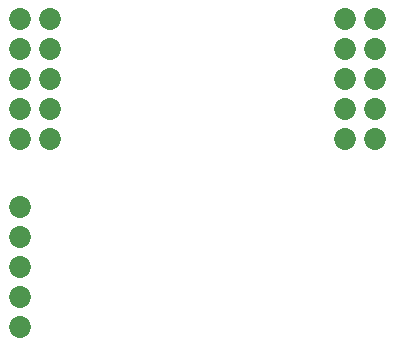
<source format=gbr>
%TF.GenerationSoftware,KiCad,Pcbnew,8.0.6*%
%TF.CreationDate,2024-10-27T10:54:55+01:00*%
%TF.ProjectId,Motor_Driver_carrier_board,4d6f746f-725f-4447-9269-7665725f6361,rev?*%
%TF.SameCoordinates,Original*%
%TF.FileFunction,Soldermask,Bot*%
%TF.FilePolarity,Negative*%
%FSLAX46Y46*%
G04 Gerber Fmt 4.6, Leading zero omitted, Abs format (unit mm)*
G04 Created by KiCad (PCBNEW 8.0.6) date 2024-10-27 10:54:55*
%MOMM*%
%LPD*%
G01*
G04 APERTURE LIST*
%ADD10C,1.853200*%
G04 APERTURE END LIST*
D10*
%TO.C,J3*%
X118385000Y-79640000D03*
X118385000Y-82180000D03*
X118385000Y-84720000D03*
X118385000Y-87260000D03*
X118385000Y-89800000D03*
%TD*%
%TO.C,J1*%
X120925000Y-73870000D03*
X118385000Y-73870000D03*
X120925000Y-71330000D03*
X118385000Y-71330000D03*
X120925000Y-68790000D03*
X118385000Y-68790000D03*
X120925000Y-66250000D03*
X118385000Y-66250000D03*
X120925000Y-63710000D03*
X118385000Y-63710000D03*
%TD*%
%TO.C,J2*%
X148395000Y-73870000D03*
X145855000Y-73870000D03*
X148395000Y-71330000D03*
X145855000Y-71330000D03*
X148395000Y-68790000D03*
X145855000Y-68790000D03*
X148395000Y-66250000D03*
X145855000Y-66250000D03*
X148395000Y-63710000D03*
X145855000Y-63710000D03*
%TD*%
M02*

</source>
